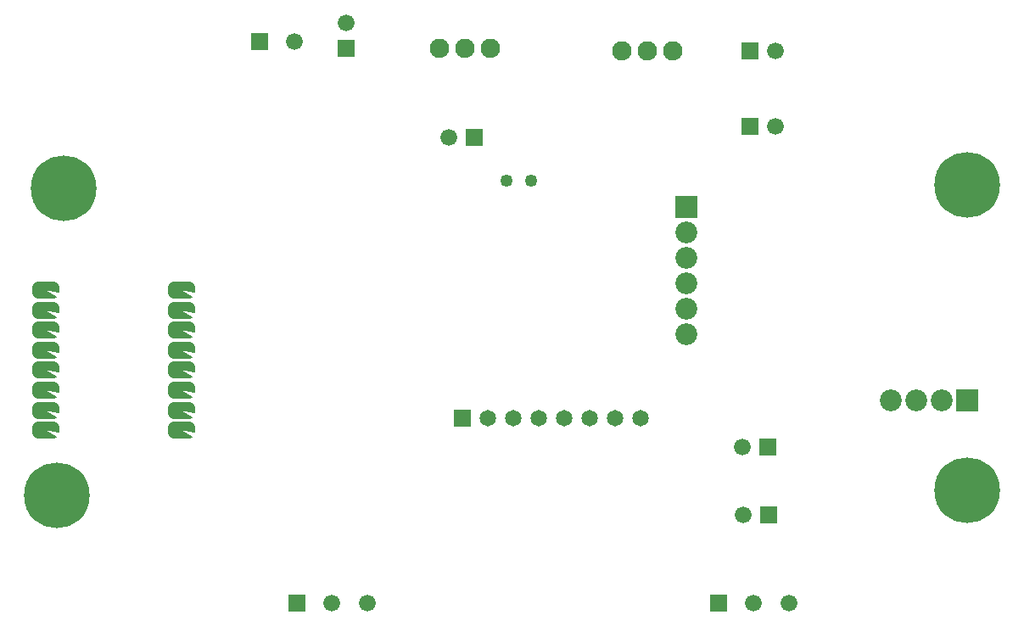
<source format=gbs>
G04 DesignSpark PCB Gerber Version 10.0 Build 5299*
G04 #@! TF.Part,Single*
G04 #@! TF.FileFunction,Soldermask,Bot*
G04 #@! TF.FilePolarity,Negative*
%FSLAX35Y35*%
%MOIN*%
G04 #@! TA.AperFunction,ComponentPad*
%ADD135R,0.06506X0.06506*%
%ADD139R,0.06600X0.06600*%
%ADD84R,0.08600X0.08600*%
%ADD93C,0.04931*%
%ADD144C,0.06500*%
%ADD136C,0.06600*%
%ADD137C,0.07600*%
%ADD85C,0.08600*%
%ADD97C,0.25797*%
%AMT121*0 Rounded Rectangle Pad at angle 90*4,1,56,0.05221,-0.01108,0.05221,0.01108,0.05206,0.01367,0.05159,0.01621,0.05081,0.01869,0.04975,0.02105,0.04841,0.02326,0.04681,0.02530,0.04498,0.02713,0.04294,0.02873,0.04073,0.03007,0.03837,0.03113,0.03589,0.03191,0.03335,0.03237,0.03076,0.03253,-0.03076,0.03253,-0.03335,0.03237,-0.03590,0.03190,-0.03837,0.03113,-0.04073,0.03007,-0.04295,0.02873,-0.04499,0.02713,-0.04682,0.02530,-0.04842,0.02326,-0.04976,0.02104,-0.05082,0.01868,-0.05159,0.01621,-0.05206,0.01366,-0.05221,0.01108,-0.05221,-0.01108,-0.05206,-0.01367,-0.05159,-0.01621,-0.05081,-0.01869,-0.04975,-0.02105,-0.04841,-0.02326,-0.04681,-0.02530,-0.04498,-0.02713,-0.04294,-0.02873,-0.04073,-0.03007,-0.03837,-0.03113,-0.03589,-0.03191,-0.03335,-0.03237,-0.03076,-0.03253,0.03076,-0.03253,0.03335,-0.03237,0.03590,-0.03190,0.03837,-0.03113,0.04073,-0.03007,0.04295,-0.02873,0.04499,-0.02713,0.04682,-0.02530,0.04842,-0.02326,0.04976,-0.02104,0.05082,-0.01868,0.05159,-0.01621,0.05206,-0.01366,0.05221,-0.01108,0*%
%ADD121T121*%
%ADD143R,0.06500X0.06500*%
G04 #@! TD.AperFunction*
X0Y0D02*
D02*
D84*
X264423Y189226D03*
X374659Y113242D03*
D02*
D85*
X264423Y139226D03*
Y149226D03*
Y159226D03*
Y169226D03*
Y179226D03*
X344659Y113242D03*
X354659D03*
X364659D03*
D02*
D93*
X193596Y199541D03*
X203439D03*
D02*
D97*
X17179Y75841D03*
X19541Y196707D03*
X374659Y77809D03*
Y197888D03*
D02*
D121*
X12848Y101431D03*
Y109305D03*
Y117179D03*
Y125053D03*
Y132927D03*
Y140801D03*
Y148675D03*
Y156549D03*
X65998Y101431D03*
Y109305D03*
Y117179D03*
Y125053D03*
Y132927D03*
Y140801D03*
Y148675D03*
Y156549D03*
D02*
D135*
X96707Y254187D03*
X111274Y33715D03*
X277022D03*
D02*
D136*
X110507Y254187D03*
X125074Y33715D03*
X130565Y261523D03*
X138874Y33715D03*
X170867Y216392D03*
X286221Y94738D03*
X286615Y68360D03*
X290822Y33715D03*
X299319Y220722D03*
Y250644D03*
X304622Y33715D03*
D02*
D137*
X167415Y251431D03*
X177415D03*
X187415D03*
X239069Y250644D03*
X249069D03*
X259069D03*
D02*
D139*
X130565Y251523D03*
X180867Y216392D03*
X289319Y220722D03*
Y250644D03*
X296221Y94738D03*
X296615Y68360D03*
D02*
D143*
X176234Y106156D03*
D02*
D144*
X186234D03*
X196234D03*
X206234D03*
X216234D03*
X226234D03*
X236234D03*
X246234D03*
X0Y0D02*
M02*

</source>
